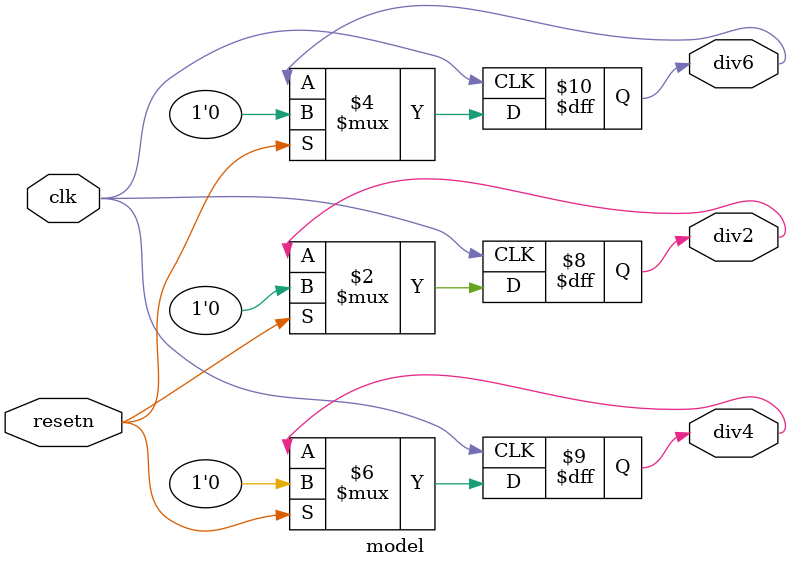
<source format=sv>
module model (
  input clk,
  input resetn,
  output logic div2,
  output logic div4,
  output logic div6
);

always_ff @(posedge clk) begin
  if(resetn) begin
    {div2,div4, div6} <= '0;
  end
end

task automatic clock_gen();

endtask




endmodule
</source>
